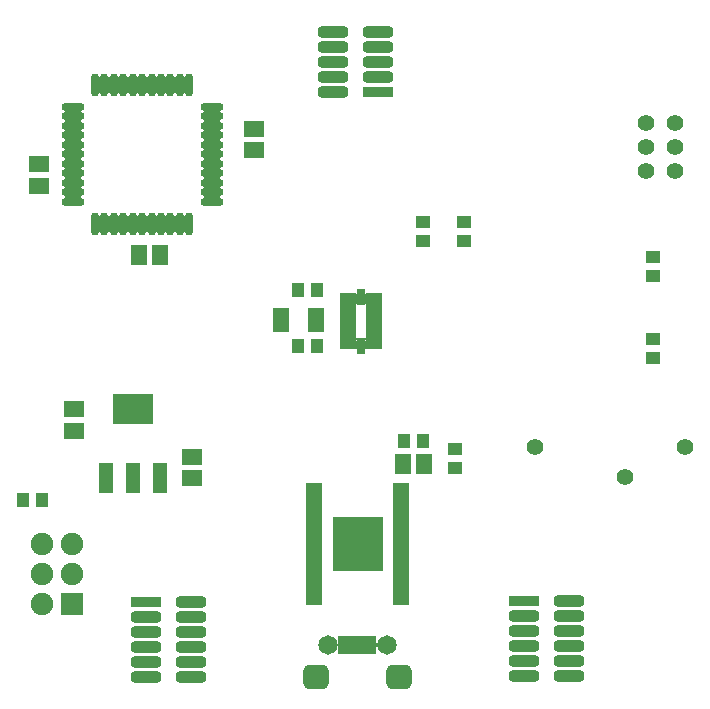
<source format=gts>
G04 Layer_Color=8388736*
%FSLAX25Y25*%
%MOIN*%
G70*
G01*
G75*
%ADD41R,0.13681X0.01673*%
%ADD42R,0.12598X0.06102*%
%ADD43R,0.05807X0.31299*%
%ADD44R,0.31299X0.05807*%
%ADD45R,0.13976X0.03740*%
%ADD46R,0.09744X0.00787*%
%ADD47R,0.05315X0.18701*%
%ADD48R,0.13976X0.02953*%
%ADD49R,0.05512X0.40748*%
%ADD50R,0.10249X0.03792*%
G04:AMPARAMS|DCode=51|XSize=102.49mil|YSize=37.92mil|CornerRadius=11.48mil|HoleSize=0mil|Usage=FLASHONLY|Rotation=180.000|XOffset=0mil|YOffset=0mil|HoleType=Round|Shape=RoundedRectangle|*
%AMROUNDEDRECTD51*
21,1,0.10249,0.01496,0,0,180.0*
21,1,0.07953,0.03792,0,0,180.0*
1,1,0.02296,-0.03976,0.00748*
1,1,0.02296,0.03976,0.00748*
1,1,0.02296,0.03976,-0.00748*
1,1,0.02296,-0.03976,-0.00748*
%
%ADD51ROUNDEDRECTD51*%
%ADD52R,0.05308X0.02965*%
%ADD53R,0.02965X0.05308*%
%ADD54R,0.04540X0.10249*%
%ADD55R,0.13792X0.10249*%
%ADD56R,0.06509X0.05328*%
%ADD57R,0.04343X0.04737*%
%ADD58R,0.05328X0.07887*%
%ADD59R,0.04737X0.04343*%
%ADD60R,0.16981X0.17965*%
%ADD61R,0.05524X0.02375*%
%ADD62O,0.02965X0.07690*%
%ADD63O,0.07690X0.02965*%
%ADD64R,0.05328X0.06509*%
%ADD65R,0.02375X0.06115*%
%ADD66R,0.07493X0.07493*%
%ADD67C,0.07493*%
%ADD68C,0.05524*%
%ADD69C,0.06509*%
G04:AMPARAMS|DCode=70|XSize=86.74mil|YSize=82.8mil|CornerRadius=22.7mil|HoleSize=0mil|Usage=FLASHONLY|Rotation=180.000|XOffset=0mil|YOffset=0mil|HoleType=Round|Shape=RoundedRectangle|*
%AMROUNDEDRECTD70*
21,1,0.08674,0.03740,0,0,180.0*
21,1,0.04134,0.08280,0,0,180.0*
1,1,0.04540,-0.02067,0.01870*
1,1,0.04540,0.02067,0.01870*
1,1,0.04540,0.02067,-0.01870*
1,1,0.04540,-0.02067,-0.01870*
%
%ADD70ROUNDEDRECTD70*%
D41*
X130856Y-213927D02*
D03*
D42*
X130807Y-213878D02*
D03*
D43*
X82234Y-50394D02*
D03*
X35974Y-50787D02*
D03*
D44*
X58366Y-73278D02*
D03*
X59547Y-27018D02*
D03*
D45*
X132087Y-98425D02*
D03*
D46*
X129971Y-111909D02*
D03*
D47*
X136417Y-105905D02*
D03*
X127756D02*
D03*
D48*
X132087Y-113779D02*
D03*
D49*
X145472Y-180118D02*
D03*
X116339D02*
D03*
D50*
X137795Y-29409D02*
D03*
X60197Y-199291D02*
D03*
X186221Y-199094D02*
D03*
D51*
X137795Y-24409D02*
D03*
Y-19409D02*
D03*
Y-14409D02*
D03*
Y-9409D02*
D03*
X122795Y-29409D02*
D03*
Y-24409D02*
D03*
Y-19409D02*
D03*
Y-14409D02*
D03*
Y-9409D02*
D03*
X75197Y-219291D02*
D03*
Y-214291D02*
D03*
Y-209291D02*
D03*
Y-204291D02*
D03*
Y-199291D02*
D03*
X60197Y-219291D02*
D03*
Y-214291D02*
D03*
Y-209291D02*
D03*
Y-204291D02*
D03*
Y-224291D02*
D03*
X75197D02*
D03*
X201220Y-219094D02*
D03*
Y-214094D02*
D03*
Y-209095D02*
D03*
Y-204095D02*
D03*
Y-199094D02*
D03*
X186221Y-219094D02*
D03*
Y-214094D02*
D03*
Y-209095D02*
D03*
Y-204095D02*
D03*
Y-224095D02*
D03*
X201220D02*
D03*
D52*
X136417Y-113779D02*
D03*
Y-110630D02*
D03*
Y-107480D02*
D03*
Y-104331D02*
D03*
Y-101181D02*
D03*
Y-98032D02*
D03*
X127756Y-113779D02*
D03*
Y-110630D02*
D03*
Y-107480D02*
D03*
Y-104331D02*
D03*
Y-101181D02*
D03*
Y-98032D02*
D03*
D53*
X132087Y-114173D02*
D03*
Y-97638D02*
D03*
D54*
X47047Y-158071D02*
D03*
X56102D02*
D03*
X65158D02*
D03*
D55*
X56102Y-135236D02*
D03*
D56*
X75787Y-158071D02*
D03*
Y-150984D02*
D03*
X36417Y-135236D02*
D03*
Y-142323D02*
D03*
X24606Y-60630D02*
D03*
Y-53543D02*
D03*
X96457Y-41732D02*
D03*
Y-48819D02*
D03*
D57*
X19488Y-165354D02*
D03*
X25787D02*
D03*
X111024Y-95472D02*
D03*
X117323D02*
D03*
X111024Y-114173D02*
D03*
X117323D02*
D03*
X152756Y-145669D02*
D03*
X146457D02*
D03*
D58*
X117126Y-105315D02*
D03*
X105315D02*
D03*
D59*
X152559Y-78937D02*
D03*
Y-72638D02*
D03*
X166339Y-78937D02*
D03*
Y-72638D02*
D03*
X229331Y-111811D02*
D03*
Y-118110D02*
D03*
Y-84449D02*
D03*
Y-90748D02*
D03*
X163386Y-148425D02*
D03*
Y-154724D02*
D03*
D60*
X130905Y-180118D02*
D03*
D61*
X145472Y-199311D02*
D03*
Y-196752D02*
D03*
Y-194193D02*
D03*
Y-191634D02*
D03*
Y-189075D02*
D03*
Y-186516D02*
D03*
Y-183957D02*
D03*
Y-181398D02*
D03*
Y-178839D02*
D03*
Y-176279D02*
D03*
Y-173721D02*
D03*
Y-171161D02*
D03*
Y-168602D02*
D03*
Y-166043D02*
D03*
Y-163484D02*
D03*
Y-160925D02*
D03*
X116339Y-199311D02*
D03*
Y-196752D02*
D03*
Y-194193D02*
D03*
Y-191634D02*
D03*
Y-189075D02*
D03*
Y-186516D02*
D03*
Y-183957D02*
D03*
Y-181398D02*
D03*
Y-178839D02*
D03*
Y-176279D02*
D03*
Y-173721D02*
D03*
Y-171161D02*
D03*
Y-168602D02*
D03*
Y-166043D02*
D03*
Y-163484D02*
D03*
Y-160925D02*
D03*
D62*
X43307Y-27067D02*
D03*
X46457D02*
D03*
X49606D02*
D03*
X52756D02*
D03*
X55905D02*
D03*
X59055D02*
D03*
X62205D02*
D03*
X65354D02*
D03*
X68504D02*
D03*
X71653D02*
D03*
X74803D02*
D03*
Y-73327D02*
D03*
X71653D02*
D03*
X68504D02*
D03*
X65354D02*
D03*
X62205D02*
D03*
X59055D02*
D03*
X55905D02*
D03*
X52756D02*
D03*
X49606D02*
D03*
X46457D02*
D03*
X43307D02*
D03*
D63*
X82185Y-34449D02*
D03*
Y-37598D02*
D03*
Y-40748D02*
D03*
Y-43898D02*
D03*
Y-47047D02*
D03*
Y-50197D02*
D03*
Y-53347D02*
D03*
Y-56496D02*
D03*
Y-59646D02*
D03*
Y-62795D02*
D03*
Y-65945D02*
D03*
X35925D02*
D03*
Y-62795D02*
D03*
Y-59646D02*
D03*
Y-56496D02*
D03*
Y-53347D02*
D03*
Y-50197D02*
D03*
Y-47047D02*
D03*
Y-43898D02*
D03*
Y-40748D02*
D03*
Y-37598D02*
D03*
Y-34449D02*
D03*
D64*
X146063Y-153543D02*
D03*
X153150D02*
D03*
X64961Y-83661D02*
D03*
X57874D02*
D03*
D65*
X125719Y-213878D02*
D03*
X128278D02*
D03*
X130837D02*
D03*
X133396D02*
D03*
X135955D02*
D03*
D66*
X35591Y-199961D02*
D03*
D67*
X25591D02*
D03*
X35591Y-189961D02*
D03*
X25591D02*
D03*
X35591Y-179961D02*
D03*
X25591D02*
D03*
D68*
X190157Y-147638D02*
D03*
X220158Y-157638D02*
D03*
X240158Y-147638D02*
D03*
X236811Y-39862D02*
D03*
Y-47736D02*
D03*
Y-55610D02*
D03*
X226969Y-39862D02*
D03*
Y-47736D02*
D03*
Y-55610D02*
D03*
D69*
X120995Y-213878D02*
D03*
X140680D02*
D03*
D70*
X117058Y-224508D02*
D03*
X144617D02*
D03*
M02*

</source>
